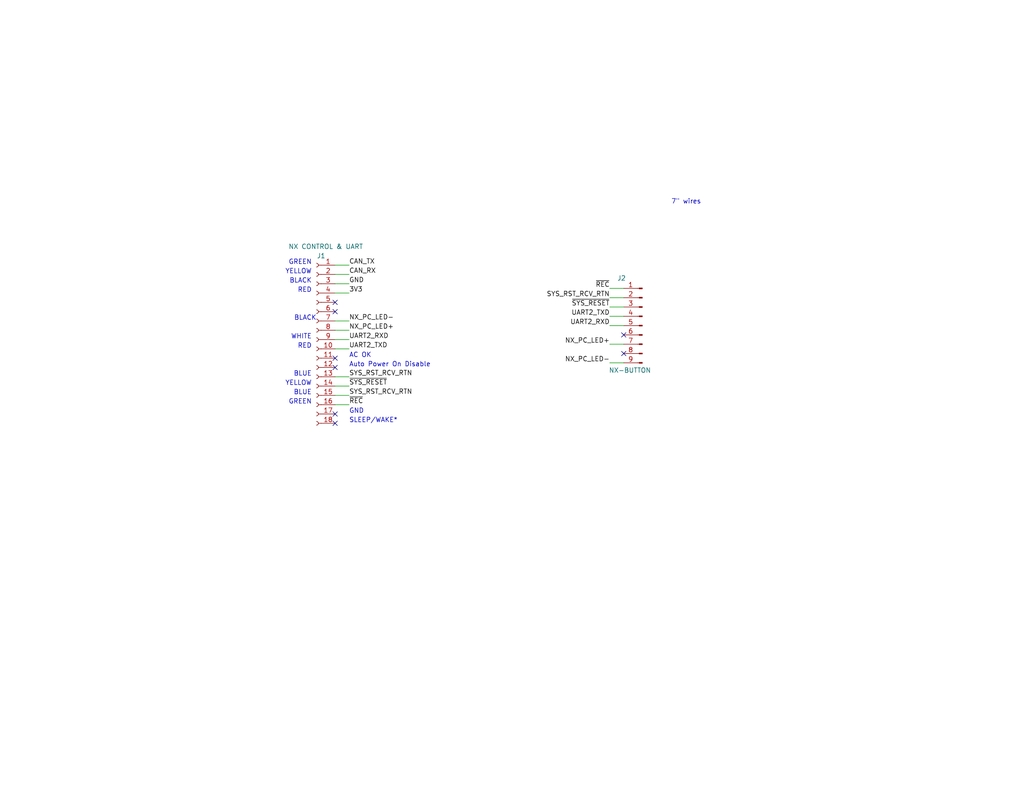
<source format=kicad_sch>
(kicad_sch (version 20231120) (generator "eeschema") (generator_version "8.0")
  (paper "A")
  (title_block (title "NX Button Interface V1") (date "2025-01-15") (rev "1"))
  (lib_symbols
    (symbol "Connector:Conn_01x09_Pin" (pin_names (offset 1.016) hide)
      (property "Reference" "J" (at 0 12.7 0))
      (property "Value" "Conn_01x09_Pin" (at 0 -12.7 0))
      (symbol "Conn_01x09_Pin_1_1"
        (polyline (pts (xy 1.27 -10.16) (xy 0.8636 -10.16)) (stroke (width 0.1524)))
        (polyline (pts (xy 1.27 -7.62) (xy 0.8636 -7.62)) (stroke (width 0.1524)))
        (polyline (pts (xy 1.27 -5.08) (xy 0.8636 -5.08)) (stroke (width 0.1524)))
        (polyline (pts (xy 1.27 -2.54) (xy 0.8636 -2.54)) (stroke (width 0.1524)))
        (polyline (pts (xy 1.27 0) (xy 0.8636 0)) (stroke (width 0.1524)))
        (polyline (pts (xy 1.27 2.54) (xy 0.8636 2.54)) (stroke (width 0.1524)))
        (polyline (pts (xy 1.27 5.08) (xy 0.8636 5.08)) (stroke (width 0.1524)))
        (polyline (pts (xy 1.27 7.62) (xy 0.8636 7.62)) (stroke (width 0.1524)))
        (polyline (pts (xy 1.27 10.16) (xy 0.8636 10.16)) (stroke (width 0.1524)))
        (rectangle (start 0.8636 -10.033) (end 0 -10.287) (stroke (width 0.1524)) (fill (type outline)))
        (rectangle (start 0.8636 -7.493) (end 0 -7.747) (stroke (width 0.1524)) (fill (type outline)))
        (rectangle (start 0.8636 -4.953) (end 0 -5.207) (stroke (width 0.1524)) (fill (type outline)))
        (rectangle (start 0.8636 -2.413) (end 0 -2.667) (stroke (width 0.1524)) (fill (type outline)))
        (rectangle (start 0.8636 0.127) (end 0 -0.127) (stroke (width 0.1524)) (fill (type outline)))
        (rectangle (start 0.8636 2.667) (end 0 2.413) (stroke (width 0.1524)) (fill (type outline)))
        (rectangle (start 0.8636 5.207) (end 0 4.953) (stroke (width 0.1524)) (fill (type outline)))
        (rectangle (start 0.8636 7.747) (end 0 7.493) (stroke (width 0.1524)) (fill (type outline)))
        (rectangle (start 0.8636 10.287) (end 0 10.033) (stroke (width 0.1524)) (fill (type outline)))
        (pin passive line (at 5.08 10.16 180) (length 3.81) (name "Pin_1") (number "1"))
        (pin passive line (at 5.08 7.62 180) (length 3.81) (name "Pin_2") (number "2"))
        (pin passive line (at 5.08 5.08 180) (length 3.81) (name "Pin_3") (number "3"))
        (pin passive line (at 5.08 2.54 180) (length 3.81) (name "Pin_4") (number "4"))
        (pin passive line (at 5.08 0 180) (length 3.81) (name "Pin_5") (number "5"))
        (pin passive line (at 5.08 -2.54 180) (length 3.81) (name "Pin_6") (number "6"))
        (pin passive line (at 5.08 -5.08 180) (length 3.81) (name "Pin_7") (number "7"))
        (pin passive line (at 5.08 -7.62 180) (length 3.81) (name "Pin_8") (number "8"))
        (pin passive line (at 5.08 -10.16 180) (length 3.81) (name "Pin_9") (number "9"))
      )
    )
    (symbol "Connector:Conn_01x18_Socket" (pin_names (offset 1.016) hide)
      (property "Reference" "J" (at 0 22.86 0))
      (property "Value" "Conn_01x18_Socket" (at 0 -25.4 0))
      (symbol "Conn_01x18_Socket_1_1"
        (arc (start 0 -22.352) (mid -0.5058 -22.86) (end 0 -23.368) (stroke (width 0.1524)))
        (arc (start 0 -19.812) (mid -0.5058 -20.32) (end 0 -20.828) (stroke (width 0.1524)))
        (arc (start 0 -17.272) (mid -0.5058 -17.78) (end 0 -18.288) (stroke (width 0.1524)))
        (arc (start 0 -14.732) (mid -0.5058 -15.24) (end 0 -15.748) (stroke (width 0.1524)))
        (arc (start 0 -12.192) (mid -0.5058 -12.7) (end 0 -13.208) (stroke (width 0.1524)))
        (arc (start 0 -9.652) (mid -0.5058 -10.16) (end 0 -10.668) (stroke (width 0.1524)))
        (arc (start 0 -7.112) (mid -0.5058 -7.62) (end 0 -8.128) (stroke (width 0.1524)))
        (arc (start 0 -4.572) (mid -0.5058 -5.08) (end 0 -5.588) (stroke (width 0.1524)))
        (arc (start 0 -2.032) (mid -0.5058 -2.54) (end 0 -3.048) (stroke (width 0.1524)))
        (polyline (pts (xy -1.27 -22.86) (xy -0.508 -22.86)) (stroke (width 0.1524)))
        (polyline (pts (xy -1.27 -20.32) (xy -0.508 -20.32)) (stroke (width 0.1524)))
        (polyline (pts (xy -1.27 -17.78) (xy -0.508 -17.78)) (stroke (width 0.1524)))
        (polyline (pts (xy -1.27 -15.24) (xy -0.508 -15.24)) (stroke (width 0.1524)))
        (polyline (pts (xy -1.27 -12.7) (xy -0.508 -12.7)) (stroke (width 0.1524)))
        (polyline (pts (xy -1.27 -10.16) (xy -0.508 -10.16)) (stroke (width 0.1524)))
        (polyline (pts (xy -1.27 -7.62) (xy -0.508 -7.62)) (stroke (width 0.1524)))
        (polyline (pts (xy -1.27 -5.08) (xy -0.508 -5.08)) (stroke (width 0.1524)))
        (polyline (pts (xy -1.27 -2.54) (xy -0.508 -2.54)) (stroke (width 0.1524)))
        (polyline (pts (xy -1.27 0) (xy -0.508 0)) (stroke (width 0.1524)))
        (polyline (pts (xy -1.27 2.54) (xy -0.508 2.54)) (stroke (width 0.1524)))
        (polyline (pts (xy -1.27 5.08) (xy -0.508 5.08)) (stroke (width 0.1524)))
        (polyline (pts (xy -1.27 7.62) (xy -0.508 7.62)) (stroke (width 0.1524)))
        (polyline (pts (xy -1.27 10.16) (xy -0.508 10.16)) (stroke (width 0.1524)))
        (polyline (pts (xy -1.27 12.7) (xy -0.508 12.7)) (stroke (width 0.1524)))
        (polyline (pts (xy -1.27 15.24) (xy -0.508 15.24)) (stroke (width 0.1524)))
        (polyline (pts (xy -1.27 17.78) (xy -0.508 17.78)) (stroke (width 0.1524)))
        (polyline (pts (xy -1.27 20.32) (xy -0.508 20.32)) (stroke (width 0.1524)))
        (arc (start 0 0.508) (mid -0.5058 0) (end 0 -0.508) (stroke (width 0.1524)))
        (arc (start 0 3.048) (mid -0.5058 2.54) (end 0 2.032) (stroke (width 0.1524)))
        (arc (start 0 5.588) (mid -0.5058 5.08) (end 0 4.572) (stroke (width 0.1524)))
        (arc (start 0 8.128) (mid -0.5058 7.62) (end 0 7.112) (stroke (width 0.1524)))
        (arc (start 0 10.668) (mid -0.5058 10.16) (end 0 9.652) (stroke (width 0.1524)))
        (arc (start 0 13.208) (mid -0.5058 12.7) (end 0 12.192) (stroke (width 0.1524)))
        (arc (start 0 15.748) (mid -0.5058 15.24) (end 0 14.732) (stroke (width 0.1524)))
        (arc (start 0 18.288) (mid -0.5058 17.78) (end 0 17.272) (stroke (width 0.1524)))
        (arc (start 0 20.828) (mid -0.5058 20.32) (end 0 19.812) (stroke (width 0.1524)))
        (pin passive line (at -5.08 20.32 0) (length 3.81) (name "Pin_1") (number "1"))
        (pin passive line (at -5.08 -2.54 0) (length 3.81) (name "Pin_10") (number "10"))
        (pin passive line (at -5.08 -5.08 0) (length 3.81) (name "Pin_11") (number "11"))
        (pin passive line (at -5.08 -7.62 0) (length 3.81) (name "Pin_12") (number "12"))
        (pin passive line (at -5.08 -10.16 0) (length 3.81) (name "Pin_13") (number "13"))
        (pin passive line (at -5.08 -12.7 0) (length 3.81) (name "Pin_14") (number "14"))
        (pin passive line (at -5.08 -15.24 0) (length 3.81) (name "Pin_15") (number "15"))
        (pin passive line (at -5.08 -17.78 0) (length 3.81) (name "Pin_16") (number "16"))
        (pin passive line (at -5.08 -20.32 0) (length 3.81) (name "Pin_17") (number "17"))
        (pin passive line (at -5.08 -22.86 0) (length 3.81) (name "Pin_18") (number "18"))
        (pin passive line (at -5.08 17.78 0) (length 3.81) (name "Pin_2") (number "2"))
        (pin passive line (at -5.08 15.24 0) (length 3.81) (name "Pin_3") (number "3"))
        (pin passive line (at -5.08 12.7 0) (length 3.81) (name "Pin_4") (number "4"))
        (pin passive line (at -5.08 10.16 0) (length 3.81) (name "Pin_5") (number "5"))
        (pin passive line (at -5.08 7.62 0) (length 3.81) (name "Pin_6") (number "6"))
        (pin passive line (at -5.08 5.08 0) (length 3.81) (name "Pin_7") (number "7"))
        (pin passive line (at -5.08 2.54 0) (length 3.81) (name "Pin_8") (number "8"))
        (pin passive line (at -5.08 0 0) (length 3.81) (name "Pin_9") (number "9"))
      )
    )
  )
  (no_connect (at 91.44 115.57))
  (no_connect (at 91.44 100.33))
  (no_connect (at 91.44 85.09))
  (no_connect (at 170.18 96.52))
  (no_connect (at 91.44 82.55))
  (no_connect (at 91.44 113.03))
  (no_connect (at 91.44 97.79))
  (no_connect (at 170.18 91.44))
  (wire (pts (xy 166.37 83.82) (xy 170.18 83.82)))
  (wire (pts (xy 166.37 86.36) (xy 170.18 86.36)))
  (wire (pts (xy 95.25 105.41) (xy 91.44 105.41)))
  (wire (pts (xy 166.37 99.06) (xy 170.18 99.06)))
  (wire (pts (xy 166.37 78.74) (xy 170.18 78.74)))
  (wire (pts (xy 95.25 87.63) (xy 91.44 87.63)))
  (wire (pts (xy 95.25 77.47) (xy 91.44 77.47)))
  (wire (pts (xy 166.37 88.9) (xy 170.18 88.9)))
  (wire (pts (xy 95.25 92.71) (xy 91.44 92.71)))
  (wire (pts (xy 95.25 107.95) (xy 91.44 107.95)))
  (wire (pts (xy 95.25 95.25) (xy 91.44 95.25)))
  (wire (pts (xy 95.25 72.39) (xy 91.44 72.39)))
  (wire (pts (xy 95.25 74.93) (xy 91.44 74.93)))
  (wire (pts (xy 91.44 90.17) (xy 95.25 90.17)))
  (wire (pts (xy 166.37 81.28) (xy 170.18 81.28)))
  (wire (pts (xy 95.25 102.87) (xy 91.44 102.87)))
  (wire (pts (xy 95.25 110.49) (xy 91.44 110.49)))
  (wire (pts (xy 166.37 93.98) (xy 170.18 93.98)))
  (wire (pts (xy 95.25 80.01) (xy 91.44 80.01)))
  (text "RED" (at 85.09 80.01 0) (effects (font (size 1.27 1.27)) (justify right bottom)))
  (text "YELLOW" (at 85.09 74.93 0) (effects (font (size 1.27 1.27)) (justify right bottom)))
  (text "GREEN" (at 85.09 72.39 0) (effects (font (size 1.27 1.27)) (justify right bottom)))
  (text "BLACK" (at 86.36 87.63 0) (effects (font (size 1.27 1.27)) (justify right bottom)))
  (text "GREEN" (at 85.09 110.49 0) (effects (font (size 1.27 1.27)) (justify right bottom)))
  (text "WHITE" (at 85.09 92.71 0) (effects (font (size 1.27 1.27)) (justify right bottom)))
  (text "BLACK" (at 85.09 77.47 0) (effects (font (size 1.27 1.27)) (justify right bottom)))
  (text "BLUE" (at 85.09 107.95 0) (effects (font (size 1.27 1.27)) (justify right bottom)))
  (text "7\" wires" (at 183.134 55.88 0) (effects (font (size 1.27 1.27)) (justify left bottom)))
  (text "AC OK" (at 95.25 97.79 0) (effects (font (size 1.27 1.27)) (justify left bottom)))
  (text "RED" (at 85.09 95.25 0) (effects (font (size 1.27 1.27)) (justify right bottom)))
  (text "BLUE" (at 85.09 102.87 0) (effects (font (size 1.27 1.27)) (justify right bottom)))
  (text "YELLOW" (at 85.09 105.41 0) (effects (font (size 1.27 1.27)) (justify right bottom)))
  (text "GND" (at 95.25 113.03 0) (effects (font (size 1.27 1.27)) (justify left bottom)))
  (text "Auto Power On Disable" (at 95.25 100.33 0) (effects (font (size 1.27 1.27)) (justify left bottom)))
  (text "SLEEP/WAKE*" (at 95.25 115.57 0) (effects (font (size 1.27 1.27)) (justify left bottom)))
  (label "UART2_TXD" (at 166.37 86.36 180))
  (label "~{SYS_RESET}" (at 95.25 105.41 0))
  (label "CAN_TX" (at 95.25 72.39 0))
  (label "GND" (at 95.25 77.47 0))
  (label "~{REC}" (at 95.25 110.49 0))
  (label "UART2_RXD" (at 166.37 88.9 180))
  (label "NX_PC_LED+" (at 95.25 90.17 0))
  (label "SYS_RST_RCV_RTN" (at 166.37 81.28 180))
  (label "CAN_RX" (at 95.25 74.93 0))
  (label "~{SYS_RESET}" (at 166.37 83.82 180))
  (label "NX_PC_LED+" (at 166.37 93.98 180))
  (label "3V3" (at 95.25 80.01 0))
  (label "~{REC}" (at 166.37 78.74 180))
  (label "SYS_RST_RCV_RTN" (at 95.25 107.95 0))
  (label "UART2_RXD" (at 95.25 92.71 0))
  (label "NX_PC_LED-" (at 166.37 99.06 180))
  (label "UART2_TXD" (at 95.25 95.25 0))
  (label "NX_PC_LED-" (at 95.25 87.63 0))
  (label "SYS_RST_RCV_RTN" (at 95.25 102.87 0))
  (symbol (lib_id "Connector:Conn_01x18_Socket") (at 86.36 92.71 0) (mirror y) (unit 1)
    (property "Reference" "J1" (at 87.63 69.85 0))
    (property "Value" "NX CONTROL & UART" (at 88.9 67.31 0))
    (property "Footprint" "Connector_PinSocket_2.54mm:PinSocket_1x18_P2.54mm_Vertical" (effects (hide yes)))
    (property "Datasheet" "Components/Sullins-Female_Headers.100_DS.pdf" (effects (hide yes)))
    (property "MFG" "Sullins Connector Solutions" (effects (hide yes)))
    (property "MFG P/N" "PPTC181LFBN-RC" (effects (hide yes)))
    (property "DIST" "Digikey" (effects (hide yes)))
    (property "DIST P/N" "S7016-ND" (effects (hide yes)))
  )
  (symbol (lib_id "Connector:Conn_01x09_Pin") (at 175.26 88.9 0) (mirror y) (unit 1)
    (property "Reference" "J2" (at 168.402 75.946 0) (effects (justify right)))
    (property "Value" "NX-BUTTON" (at 166.116 101.092 0) (effects (justify right)))
    (property "Footprint" "NX-ButtonInterface:9-pin-solder-pads" (effects (hide yes)))
    (property "Description" "Generic connector, single row, 01x09, script generated" (effects (hide yes)))
  )
)
</source>
